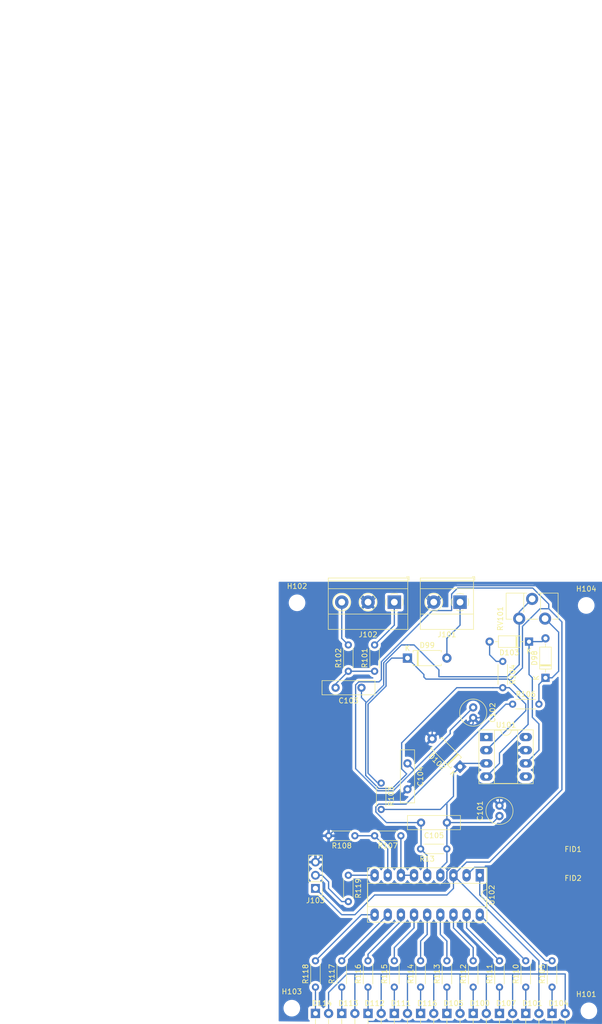
<source format=kicad_pcb>
(kicad_pcb (version 20171130) (host pcbnew "(5.1.7)-1")
  (layers (0 F.Cu signal hide) (31 B.Cu signal) (34 B.Paste user hide) (35 F.Paste user hide) (36 B.SilkS user) (37 F.SilkS user) (38 B.Mask user hide) (39 F.Mask user) (44 Edge.Cuts user))
  (net 0 "")
  (net 1 GND)
  (net 2 "Net-(C101-Pad1)")
  (net 3 +5V)
  (net 4 "Net-(C103-Pad2)")
  (net 5 "Net-(C103-Pad1)")
  (net 6 "Net-(C105-Pad2)")
  (net 7 "Net-(D103-Pad1)")
  (net 8 "Net-(D98-Pad1)")
  (net 9 "Net-(D99-Pad2)")
  (net 10 "Net-(D100-Pad1)")
  (net 11 "Net-(D101-Pad1)")
  (net 12 "Net-(D103-Pad2)")
  (net 13 "Net-(D104-Pad1)")
  (net 14 "Net-(D105-Pad1)")
  (net 15 "Net-(D107-Pad1)")
  (net 16 "Net-(D111-Pad1)")
  (net 17 "Net-(D112-Pad1)")
  (net 18 "Net-(D113-Pad1)")
  (net 19 "Net-(D114-Pad1)")
  (net 20 "Net-(D116-Pad1)")
  (net 21 "Net-(J102-Pad3)")
  (net 22 "Net-(J102-Pad1)")
  (net 23 "Net-(J103-Pad2)")
  (net 24 "Net-(R105-Pad2)")
  (net 25 "Net-(R107-Pad2)")
  (net 26 "Net-(R107-Pad1)")
  (net 27 "Net-(R110-Pad2)")
  (net 28 "Net-(R111-Pad2)")
  (net 29 "Net-(R112-Pad2)")
  (net 30 "Net-(R113-Pad2)")
  (net 31 "Net-(R114-Pad2)")
  (net 32 "Net-(R115-Pad2)")
  (net 33 "Net-(R116-Pad2)")
  (net 34 "Net-(R117-Pad2)")
  (net 35 "Net-(R118-Pad2)")
  (net 36 /mode)
  (net 37 "Net-(U101-Pad8)")
  (net 38 "Net-(U101-Pad5)")
  (net 39 "Net-(U101-Pad1)")
  (module Potentiometer_THT:Potentiometer_ACP_CA9-H3,8_Horizontal (layer F.Cu) (at 100.33 119.38 90)
    (fp_text reference RV101 (at 0 -3.65 90) (layer F.SilkS))
    (fp_text value R_POT_Small)
    (pad 3 thru_hole circle (at 0 5 90) (size 2.34 2.34) (drill 1.3) (layers *.Cu *.Mask) (net 8 "Net-(D98-Pad1)"))
    (pad 2 thru_hole circle (at 3.8 2.5 90) (size 2.34 2.34) (drill 1.3) (layers *.Cu *.Mask) (net 5 "Net-(C103-Pad1)"))
    (pad 1 thru_hole circle (at 0 0 90) (size 2.34 2.34) (drill 1.3) (layers *.Cu *.Mask) (net 5 "Net-(C103-Pad1)"))
  )
  (module Capacitor_THT:C_Disc_D10.0mm_W2.5mm_P5.00mm (layer F.Cu) (at 78.74 147.32 270)
    (fp_text reference C104 (at 2.5 -2.5 90) (layer F.SilkS))
    (fp_text value 100nF)
    (pad 1 thru_hole circle (at 0 0 270) (size 1.6 1.6) (drill 0.8) (layers *.Cu *.Mask) (net 3 +5V))
    (pad 2 thru_hole circle (at 5 0 270) (size 1.6 1.6) (drill 0.8) (layers *.Cu *.Mask) (net 1 GND))
  )
  (module Package_DIP:DIP-8_W7.62mm_Socket_LongPads (layer F.Cu) (at 93.98 142.24)
    (fp_text reference U101 (at 3.81 -2.33) (layer F.SilkS))
    (fp_text value LM741)
    (pad 1 thru_hole rect (at 0 0) (size 2.4 1.6) (drill 0.8) (layers *.Cu *.Mask) (net 39 "Net-(U101-Pad1)"))
    (pad 5 thru_hole oval (at 7.62 7.62) (size 2.4 1.6) (drill 0.8) (layers *.Cu *.Mask) (net 38 "Net-(U101-Pad5)"))
    (pad 2 thru_hole oval (at 0 2.54) (size 2.4 1.6) (drill 0.8) (layers *.Cu *.Mask) (net 5 "Net-(C103-Pad1)"))
    (pad 6 thru_hole oval (at 7.62 5.08) (size 2.4 1.6) (drill 0.8) (layers *.Cu *.Mask) (net 7 "Net-(D103-Pad1)"))
    (pad 3 thru_hole oval (at 0 5.08) (size 2.4 1.6) (drill 0.8) (layers *.Cu *.Mask) (net 2 "Net-(C101-Pad1)"))
    (pad 7 thru_hole oval (at 7.62 2.54) (size 2.4 1.6) (drill 0.8) (layers *.Cu *.Mask) (net 1 GND))
    (pad 4 thru_hole oval (at 0 7.62) (size 2.4 1.6) (drill 0.8) (layers *.Cu *.Mask) (net 3 +5V))
    (pad 8 thru_hole oval (at 7.62 0) (size 2.4 1.6) (drill 0.8) (layers *.Cu *.Mask) (net 37 "Net-(U101-Pad8)"))
  )
  (module Package_DIP:DIP-18_W7.62mm_Socket_LongPads (layer F.Cu) (at 92.71 168.91 270)
    (fp_text reference U102 (at 3.81 -2.33 90) (layer F.SilkS))
    (fp_text value LM3915)
    (pad 1 thru_hole rect (at 0 0 270) (size 2.4 1.6) (drill 0.8) (layers *.Cu *.Mask) (net 24 "Net-(R105-Pad2)"))
    (pad 10 thru_hole oval (at 7.62 20.32 270) (size 2.4 1.6) (drill 0.8) (layers *.Cu *.Mask) (net 35 "Net-(R118-Pad2)"))
    (pad 2 thru_hole oval (at 0 2.54 270) (size 2.4 1.6) (drill 0.8) (layers *.Cu *.Mask) (net 1 GND))
    (pad 11 thru_hole oval (at 7.62 17.78 270) (size 2.4 1.6) (drill 0.8) (layers *.Cu *.Mask) (net 34 "Net-(R117-Pad2)"))
    (pad 3 thru_hole oval (at 0 5.08 270) (size 2.4 1.6) (drill 0.8) (layers *.Cu *.Mask) (net 3 +5V))
    (pad 12 thru_hole oval (at 7.62 15.24 270) (size 2.4 1.6) (drill 0.8) (layers *.Cu *.Mask) (net 33 "Net-(R116-Pad2)"))
    (pad 4 thru_hole oval (at 0 7.62 270) (size 2.4 1.6) (drill 0.8) (layers *.Cu *.Mask) (net 2 "Net-(C101-Pad1)"))
    (pad 13 thru_hole oval (at 7.62 12.7 270) (size 2.4 1.6) (drill 0.8) (layers *.Cu *.Mask) (net 32 "Net-(R115-Pad2)"))
    (pad 5 thru_hole oval (at 0 10.16 270) (size 2.4 1.6) (drill 0.8) (layers *.Cu *.Mask) (net 6 "Net-(C105-Pad2)"))
    (pad 14 thru_hole oval (at 7.62 10.16 270) (size 2.4 1.6) (drill 0.8) (layers *.Cu *.Mask) (net 31 "Net-(R114-Pad2)"))
    (pad 6 thru_hole oval (at 0 12.7 270) (size 2.4 1.6) (drill 0.8) (layers *.Cu *.Mask) (net 26 "Net-(R107-Pad1)"))
    (pad 15 thru_hole oval (at 7.62 7.62 270) (size 2.4 1.6) (drill 0.8) (layers *.Cu *.Mask) (net 30 "Net-(R113-Pad2)"))
    (pad 7 thru_hole oval (at 0 15.24 270) (size 2.4 1.6) (drill 0.8) (layers *.Cu *.Mask) (net 26 "Net-(R107-Pad1)"))
    (pad 16 thru_hole oval (at 7.62 5.08 270) (size 2.4 1.6) (drill 0.8) (layers *.Cu *.Mask) (net 29 "Net-(R112-Pad2)"))
    (pad 8 thru_hole oval (at 0 17.78 270) (size 2.4 1.6) (drill 0.8) (layers *.Cu *.Mask) (net 25 "Net-(R107-Pad2)"))
    (pad 17 thru_hole oval (at 7.62 2.54 270) (size 2.4 1.6) (drill 0.8) (layers *.Cu *.Mask) (net 28 "Net-(R111-Pad2)"))
    (pad 9 thru_hole oval (at 0 20.32 270) (size 2.4 1.6) (drill 0.8) (layers *.Cu *.Mask) (net 36 /mode))
    (pad 18 thru_hole oval (at 7.62 0 270) (size 2.4 1.6) (drill 0.8) (layers *.Cu *.Mask) (net 27 "Net-(R110-Pad2)"))
  )
  (module Fiducial:Fiducial_0.5mm_Mask1.5mm (layer F.Cu) (at 110.744 171.196)
    (fp_text reference FID2 (at 0 -1.7145) (layer F.SilkS))
    (fp_text value Fiducial)
    (pad "" smd circle (at 0 0) (size 0.5 0.5) (layers F.Cu F.Mask) (clearance 0.5))
  )
  (module Fiducial:Fiducial_0.5mm_Mask1.5mm (layer F.Cu) (at 110.744 165.608)
    (fp_text reference FID1 (at 0 -1.7145) (layer F.SilkS))
    (fp_text value Fiducial)
    (pad "" smd circle (at 0 0) (size 0.5 0.5) (layers F.Cu F.Mask) (clearance 0.5))
  )
  (module Diode_THT:D_A-405_P7.62mm_Horizontal (layer F.Cu) (at 78.74 127)
    (fp_text reference D99 (at 3.81 -2.47) (layer F.SilkS))
    (fp_text value D_Schottky)
    (fp_text user K (at 0 -1.9) (layer F.SilkS))
    (pad 2 thru_hole oval (at 7.62 0) (size 1.8 1.8) (drill 0.9) (layers *.Cu *.Mask) (net 9 "Net-(D99-Pad2)"))
    (pad 1 thru_hole rect (at 0 0) (size 1.8 1.8) (drill 0.9) (layers *.Cu *.Mask) (net 3 +5V))
  )
  (module Resistor_THT:R_Axial_DIN0204_L3.6mm_D1.6mm_P5.08mm_Horizontal (layer F.Cu) (at 77.47 161.29 180)
    (fp_text reference R107 (at 2.54 -1.92) (layer F.SilkS))
    (fp_text value 2.2K)
    (pad 1 thru_hole circle (at 0 0 180) (size 1.4 1.4) (drill 0.7) (layers *.Cu *.Mask) (net 26 "Net-(R107-Pad1)"))
    (pad 2 thru_hole oval (at 5.08 0 180) (size 1.4 1.4) (drill 0.7) (layers *.Cu *.Mask) (net 25 "Net-(R107-Pad2)"))
  )
  (module Capacitor_THT:C_Disc_D10.0mm_W2.5mm_P5.00mm (layer F.Cu) (at 86.36 158.75 180)
    (fp_text reference C105 (at 2.5 -2.5) (layer F.SilkS))
    (fp_text value 100nF)
    (pad 2 thru_hole circle (at 5 0 180) (size 1.6 1.6) (drill 0.8) (layers *.Cu *.Mask) (net 6 "Net-(C105-Pad2)"))
    (pad 1 thru_hole circle (at 0 0 180) (size 1.6 1.6) (drill 0.8) (layers *.Cu *.Mask) (net 2 "Net-(C101-Pad1)"))
  )
  (module Capacitor_THT:C_Disc_D10.0mm_W2.5mm_P5.00mm (layer F.Cu) (at 69.85 132.715 180)
    (fp_text reference C103 (at 2.5 -2.5) (layer F.SilkS))
    (fp_text value 100nF)
    (pad 1 thru_hole circle (at 0 0 180) (size 1.6 1.6) (drill 0.8) (layers *.Cu *.Mask) (net 5 "Net-(C103-Pad1)"))
    (pad 2 thru_hole circle (at 5 0 180) (size 1.6 1.6) (drill 0.8) (layers *.Cu *.Mask) (net 4 "Net-(C103-Pad2)"))
  )
  (module TerminalBlock_Phoenix:TerminalBlock_Phoenix_MKDS-1,5-2-5.08_1x02_P5.08mm_Horizontal (layer F.Cu) (at 88.9 116.205 180)
    (fp_text reference J101 (at 2.54 -6.26) (layer F.SilkS))
    (fp_text value Screw_Terminal_01x02)
    (pad 1 thru_hole rect (at 0 0 180) (size 2.6 2.6) (drill 1.3) (layers *.Cu *.Mask) (net 9 "Net-(D99-Pad2)"))
    (pad 2 thru_hole circle (at 5.08 0 180) (size 2.6 2.6) (drill 1.3) (layers *.Cu *.Mask) (net 1 GND))
  )
  (module Resistor_THT:R_Axial_DIN0204_L3.6mm_D1.6mm_P5.08mm_Horizontal (layer F.Cu) (at 99.06 135.89)
    (fp_text reference R106 (at 2.54 -1.92) (layer F.SilkS))
    (fp_text value 1K)
    (pad 2 thru_hole oval (at 5.08 0) (size 1.4 1.4) (drill 0.7) (layers *.Cu *.Mask) (net 8 "Net-(D98-Pad1)"))
    (pad 1 thru_hole circle (at 0 0) (size 1.4 1.4) (drill 0.7) (layers *.Cu *.Mask) (net 6 "Net-(C105-Pad2)"))
  )
  (module Capacitor_THT:C_Radial_D5.0mm_H11.0mm_P2.00mm (layer F.Cu) (at 96.52 157.48 90)
    (fp_text reference C101 (at 1 -3.75 90) (layer F.SilkS))
    (fp_text value 47uF)
    (pad 1 thru_hole circle (at 0 0 90) (size 1.6 1.6) (drill 0.8) (layers *.Cu *.Mask) (net 2 "Net-(C101-Pad1)"))
    (pad 2 thru_hole circle (at 2 0 90) (size 1.6 1.6) (drill 0.8) (layers *.Cu *.Mask) (net 1 GND))
  )
  (module Capacitor_THT:C_Radial_D5.0mm_H11.0mm_P2.00mm (layer F.Cu) (at 91.44 136.525 270)
    (fp_text reference C102 (at 1 -3.75 90) (layer F.SilkS))
    (fp_text value 47uF)
    (pad 2 thru_hole circle (at 2 0 270) (size 1.6 1.6) (drill 0.8) (layers *.Cu *.Mask) (net 1 GND))
    (pad 1 thru_hole circle (at 0 0 270) (size 1.6 1.6) (drill 0.8) (layers *.Cu *.Mask) (net 3 +5V))
  )
  (module Diode_THT:D_DO-35_SOD27_P7.62mm_Horizontal (layer F.Cu) (at 105.41 130.81 90)
    (fp_text reference D98 (at 3.81 -2.12 90) (layer F.SilkS))
    (fp_text value 1N4148)
    (fp_text user K (at 0 -1.8 90) (layer F.SilkS))
    (pad 1 thru_hole rect (at 0 0 90) (size 1.6 1.6) (drill 0.8) (layers *.Cu *.Mask) (net 8 "Net-(D98-Pad1)"))
    (pad 2 thru_hole oval (at 7.62 0 90) (size 1.6 1.6) (drill 0.8) (layers *.Cu *.Mask) (net 7 "Net-(D103-Pad1)"))
  )
  (module LED_THT:LED_D3.0mm_Horizontal_O3.81mm_Z2.0mm (layer F.Cu) (at 91.44 195.58)
    (fp_text reference D100 (at 1.27 -1.96) (layer F.SilkS))
    (fp_text value LED)
    (pad 1 thru_hole rect (at 0 0) (size 1.8 1.8) (drill 0.9) (layers *.Cu *.Mask) (net 10 "Net-(D100-Pad1)"))
    (pad 2 thru_hole circle (at 2.54 0) (size 1.8 1.8) (drill 0.9) (layers *.Cu *.Mask) (net 3 +5V))
  )
  (module LED_THT:LED_D3.0mm_Horizontal_O3.81mm_Z2.0mm (layer F.Cu) (at 101.6 195.58)
    (fp_text reference D101 (at 1.27 -1.96) (layer F.SilkS))
    (fp_text value LED)
    (pad 2 thru_hole circle (at 2.54 0) (size 1.8 1.8) (drill 0.9) (layers *.Cu *.Mask) (net 3 +5V))
    (pad 1 thru_hole rect (at 0 0) (size 1.8 1.8) (drill 0.9) (layers *.Cu *.Mask) (net 11 "Net-(D101-Pad1)"))
  )
  (module Diode_THT:D_DO-35_SOD27_P7.62mm_Horizontal (layer F.Cu) (at 102.235 123.825 180)
    (fp_text reference D103 (at 3.81 -2.12) (layer F.SilkS))
    (fp_text value 1N4148)
    (fp_text user K (at 0 -1.8) (layer F.SilkS))
    (pad 2 thru_hole oval (at 7.62 0 180) (size 1.6 1.6) (drill 0.8) (layers *.Cu *.Mask) (net 12 "Net-(D103-Pad2)"))
    (pad 1 thru_hole rect (at 0 0 180) (size 1.6 1.6) (drill 0.8) (layers *.Cu *.Mask) (net 7 "Net-(D103-Pad1)"))
  )
  (module LED_THT:LED_D3.0mm_Horizontal_O3.81mm_Z2.0mm (layer F.Cu) (at 106.68 195.58)
    (fp_text reference D104 (at 1.27 -1.96) (layer F.SilkS))
    (fp_text value LED)
    (pad 1 thru_hole rect (at 0 0) (size 1.8 1.8) (drill 0.9) (layers *.Cu *.Mask) (net 13 "Net-(D104-Pad1)"))
    (pad 2 thru_hole circle (at 2.54 0) (size 1.8 1.8) (drill 0.9) (layers *.Cu *.Mask) (net 3 +5V))
  )
  (module LED_THT:LED_D3.0mm_Horizontal_O3.81mm_Z2.0mm (layer F.Cu) (at 86.36 195.585001)
    (fp_text reference D105 (at 1.27 -1.96) (layer F.SilkS))
    (fp_text value LED)
    (pad 2 thru_hole circle (at 2.54 0) (size 1.8 1.8) (drill 0.9) (layers *.Cu *.Mask) (net 3 +5V))
    (pad 1 thru_hole rect (at 0 0) (size 1.8 1.8) (drill 0.9) (layers *.Cu *.Mask) (net 14 "Net-(D105-Pad1)"))
  )
  (module LED_THT:LED_D3.0mm_Horizontal_O3.81mm_Z2.0mm (layer F.Cu) (at 96.52 195.58)
    (fp_text reference D107 (at 1.27 -1.96) (layer F.SilkS))
    (fp_text value LED)
    (pad 2 thru_hole circle (at 2.54 0) (size 1.8 1.8) (drill 0.9) (layers *.Cu *.Mask) (net 3 +5V))
    (pad 1 thru_hole rect (at 0 0) (size 1.8 1.8) (drill 0.9) (layers *.Cu *.Mask) (net 15 "Net-(D107-Pad1)"))
  )
  (module LED_THT:LED_D3.0mm_Horizontal_O3.81mm_Z2.0mm (layer F.Cu) (at 76.2 195.58)
    (fp_text reference D111 (at 1.27 -1.96) (layer F.SilkS))
    (fp_text value LED)
    (pad 1 thru_hole rect (at 0 0) (size 1.8 1.8) (drill 0.9) (layers *.Cu *.Mask) (net 16 "Net-(D111-Pad1)"))
    (pad 2 thru_hole circle (at 2.54 0) (size 1.8 1.8) (drill 0.9) (layers *.Cu *.Mask) (net 3 +5V))
  )
  (module LED_THT:LED_D3.0mm_Horizontal_O3.81mm_Z2.0mm (layer F.Cu) (at 71.12 195.58)
    (fp_text reference D112 (at 1.27 -1.96) (layer F.SilkS))
    (fp_text value LED)
    (pad 2 thru_hole circle (at 2.54 0) (size 1.8 1.8) (drill 0.9) (layers *.Cu *.Mask) (net 3 +5V))
    (pad 1 thru_hole rect (at 0 0) (size 1.8 1.8) (drill 0.9) (layers *.Cu *.Mask) (net 17 "Net-(D112-Pad1)"))
  )
  (module LED_THT:LED_D3.0mm_Horizontal_O3.81mm_Z2.0mm (layer F.Cu) (at 66.04 195.58)
    (fp_text reference D113 (at 1.27 -1.96) (layer F.SilkS))
    (fp_text value LED)
    (pad 1 thru_hole rect (at 0 0) (size 1.8 1.8) (drill 0.9) (layers *.Cu *.Mask) (net 18 "Net-(D113-Pad1)"))
    (pad 2 thru_hole circle (at 2.54 0) (size 1.8 1.8) (drill 0.9) (layers *.Cu *.Mask) (net 3 +5V))
  )
  (module LED_THT:LED_D3.0mm_Horizontal_O3.81mm_Z2.0mm (layer F.Cu) (at 60.96 195.58)
    (fp_text reference D114 (at 1.27 -1.96) (layer F.SilkS))
    (fp_text value LED)
    (pad 2 thru_hole circle (at 2.54 0) (size 1.8 1.8) (drill 0.9) (layers *.Cu *.Mask) (net 3 +5V))
    (pad 1 thru_hole rect (at 0 0) (size 1.8 1.8) (drill 0.9) (layers *.Cu *.Mask) (net 19 "Net-(D114-Pad1)"))
  )
  (module LED_THT:LED_D3.0mm_Horizontal_O3.81mm_Z2.0mm (layer F.Cu) (at 81.28 195.58)
    (fp_text reference D116 (at 1.27 -1.96) (layer F.SilkS))
    (fp_text value LED)
    (pad 1 thru_hole rect (at 0 0) (size 1.8 1.8) (drill 0.9) (layers *.Cu *.Mask) (net 20 "Net-(D116-Pad1)"))
    (pad 2 thru_hole circle (at 2.54 0) (size 1.8 1.8) (drill 0.9) (layers *.Cu *.Mask) (net 3 +5V))
  )
  (module MountingHole:MountingHole_2.2mm_M2 (layer F.Cu) (at 113.792 195.072)
    (fp_text reference H101 (at -0.508 -3.2) (layer F.SilkS))
    (fp_text value MountingHole)
    (pad 1 np_thru_hole circle (at 0 0) (size 2.2 2.2) (drill 2.2) (layers *.Cu *.Mask))
  )
  (module MountingHole:MountingHole_2.2mm_M2 (layer F.Cu) (at 57.404 116.332)
    (fp_text reference H102 (at 0 -3.2) (layer F.SilkS))
    (fp_text value MountingHole)
    (pad 1 np_thru_hole circle (at 0 0) (size 2.2 2.2) (drill 2.2) (layers *.Cu *.Mask))
  )
  (module MountingHole:MountingHole_2.2mm_M2 (layer F.Cu) (at 56.388 194.564)
    (fp_text reference H103 (at 0 -3.2) (layer F.SilkS))
    (fp_text value MountingHole)
    (pad 1 np_thru_hole circle (at 0 0) (size 2.2 2.2) (drill 2.2) (layers *.Cu *.Mask))
  )
  (module MountingHole:MountingHole_2.2mm_M2 (layer F.Cu) (at 113.284 116.84)
    (fp_text reference H104 (at 0 -3.2) (layer F.SilkS))
    (fp_text value MountingHole)
    (pad 1 np_thru_hole circle (at 0 0) (size 2.2 2.2) (drill 2.2) (layers *.Cu *.Mask))
  )
  (module TerminalBlock_Phoenix:TerminalBlock_Phoenix_MKDS-1,5-3-5.08_1x03_P5.08mm_Horizontal (layer F.Cu) (at 76.2 116.205 180)
    (fp_text reference J102 (at 5.08 -6.26) (layer F.SilkS))
    (fp_text value Screw_Terminal_01x03)
    (pad 1 thru_hole rect (at 0 0 180) (size 2.6 2.6) (drill 1.3) (layers *.Cu *.Mask) (net 22 "Net-(J102-Pad1)"))
    (pad 2 thru_hole circle (at 5.08 0 180) (size 2.6 2.6) (drill 1.3) (layers *.Cu *.Mask) (net 1 GND))
    (pad 3 thru_hole circle (at 10.16 0 180) (size 2.6 2.6) (drill 1.3) (layers *.Cu *.Mask) (net 21 "Net-(J102-Pad3)"))
  )
  (module Connector_PinHeader_2.54mm:PinHeader_1x03_P2.54mm_Vertical (layer F.Cu) (at 60.96 171.45 180)
    (fp_text reference J103 (at 0 -2.33) (layer F.SilkS))
    (fp_text value Conn_01x03_Male)
    (pad 3 thru_hole oval (at 0 5.08 180) (size 1.7 1.7) (drill 1) (layers *.Cu *.Mask) (net 1 GND))
    (pad 2 thru_hole oval (at 0 2.54 180) (size 1.7 1.7) (drill 1) (layers *.Cu *.Mask) (net 23 "Net-(J103-Pad2)"))
    (pad 1 thru_hole rect (at 0 0 180) (size 1.7 1.7) (drill 1) (layers *.Cu *.Mask) (net 3 +5V))
  )
  (module Resistor_THT:R_Axial_DIN0204_L3.6mm_D1.6mm_P5.08mm_Horizontal (layer F.Cu) (at 86.36 163.83 180)
    (fp_text reference R13 (at 3.81 -1.92) (layer F.SilkS))
    (fp_text value 470K)
    (pad 2 thru_hole oval (at 5.08 0 180) (size 1.4 1.4) (drill 0.7) (layers *.Cu *.Mask) (net 6 "Net-(C105-Pad2)"))
    (pad 1 thru_hole circle (at 0 0 180) (size 1.4 1.4) (drill 0.7) (layers *.Cu *.Mask) (net 2 "Net-(C101-Pad1)"))
  )
  (module Resistor_THT:R_Axial_DIN0204_L3.6mm_D1.6mm_P5.08mm_Horizontal (layer F.Cu) (at 72.39 129.54 90)
    (fp_text reference R101 (at 2.54 -1.92 90) (layer F.SilkS))
    (fp_text value 47K)
    (pad 2 thru_hole oval (at 5.08 0 90) (size 1.4 1.4) (drill 0.7) (layers *.Cu *.Mask) (net 22 "Net-(J102-Pad1)"))
    (pad 1 thru_hole circle (at 0 0 90) (size 1.4 1.4) (drill 0.7) (layers *.Cu *.Mask) (net 4 "Net-(C103-Pad2)"))
  )
  (module Resistor_THT:R_Axial_DIN0204_L3.6mm_D1.6mm_P5.08mm_Horizontal (layer F.Cu) (at 67.31 129.54 90)
    (fp_text reference R102 (at 2.54 -1.92 90) (layer F.SilkS))
    (fp_text value 47K)
    (pad 1 thru_hole circle (at 0 0 90) (size 1.4 1.4) (drill 0.7) (layers *.Cu *.Mask) (net 4 "Net-(C103-Pad2)"))
    (pad 2 thru_hole oval (at 5.08 0 90) (size 1.4 1.4) (drill 0.7) (layers *.Cu *.Mask) (net 21 "Net-(J102-Pad3)"))
  )
  (module Resistor_THT:R_Axial_DIN0204_L3.6mm_D1.6mm_P5.08mm_Horizontal (layer F.Cu) (at 73.66 151.13 270)
    (fp_text reference R103 (at 2.54 -1.92 90) (layer F.SilkS))
    (fp_text value 330)
    (pad 1 thru_hole circle (at 0 0 270) (size 1.4 1.4) (drill 0.7) (layers *.Cu *.Mask) (net 3 +5V))
    (pad 2 thru_hole oval (at 5.08 0 270) (size 1.4 1.4) (drill 0.7) (layers *.Cu *.Mask) (net 2 "Net-(C101-Pad1)"))
  )
  (module Resistor_THT:R_Axial_DIN0204_L3.6mm_D1.6mm_P5.08mm_Horizontal (layer F.Cu) (at 97.155 127.635 270)
    (fp_text reference R104 (at 2.54 -1.92 90) (layer F.SilkS))
    (fp_text value 47K)
    (pad 1 thru_hole circle (at 0 0 270) (size 1.4 1.4) (drill 0.7) (layers *.Cu *.Mask) (net 12 "Net-(D103-Pad2)"))
    (pad 2 thru_hole oval (at 5.08 0 270) (size 1.4 1.4) (drill 0.7) (layers *.Cu *.Mask) (net 5 "Net-(C103-Pad1)"))
  )
  (module Resistor_THT:R_Axial_DIN0204_L3.6mm_D1.6mm_P5.08mm_Horizontal (layer F.Cu) (at 106.68 190.5 90)
    (fp_text reference R105 (at 2.54 -1.92 90) (layer F.SilkS))
    (fp_text value 100)
    (pad 1 thru_hole circle (at 0 0 90) (size 1.4 1.4) (drill 0.7) (layers *.Cu *.Mask) (net 13 "Net-(D104-Pad1)"))
    (pad 2 thru_hole oval (at 5.08 0 90) (size 1.4 1.4) (drill 0.7) (layers *.Cu *.Mask) (net 24 "Net-(R105-Pad2)"))
  )
  (module Resistor_THT:R_Axial_DIN0204_L3.6mm_D1.6mm_P5.08mm_Horizontal (layer F.Cu) (at 68.58 161.29 180)
    (fp_text reference R108 (at 2.54 -1.92) (layer F.SilkS))
    (fp_text value 10K)
    (pad 2 thru_hole oval (at 5.08 0 180) (size 1.4 1.4) (drill 0.7) (layers *.Cu *.Mask) (net 1 GND))
    (pad 1 thru_hole circle (at 0 0 180) (size 1.4 1.4) (drill 0.7) (layers *.Cu *.Mask) (net 25 "Net-(R107-Pad2)"))
  )
  (module Resistor_THT:R_Axial_DIN0204_L3.6mm_D1.6mm_P5.08mm_Horizontal (layer F.Cu) (at 101.6 190.5 90)
    (fp_text reference R110 (at 2.54 -1.92 90) (layer F.SilkS))
    (fp_text value 100)
    (pad 2 thru_hole oval (at 5.08 0 90) (size 1.4 1.4) (drill 0.7) (layers *.Cu *.Mask) (net 27 "Net-(R110-Pad2)"))
    (pad 1 thru_hole circle (at 0 0 90) (size 1.4 1.4) (drill 0.7) (layers *.Cu *.Mask) (net 11 "Net-(D101-Pad1)"))
  )
  (module Resistor_THT:R_Axial_DIN0204_L3.6mm_D1.6mm_P5.08mm_Horizontal (layer F.Cu) (at 96.52 190.5 90)
    (fp_text reference R111 (at 2.54 -1.92 90) (layer F.SilkS))
    (fp_text value 100)
    (pad 1 thru_hole circle (at 0 0 90) (size 1.4 1.4) (drill 0.7) (layers *.Cu *.Mask) (net 15 "Net-(D107-Pad1)"))
    (pad 2 thru_hole oval (at 5.08 0 90) (size 1.4 1.4) (drill 0.7) (layers *.Cu *.Mask) (net 28 "Net-(R111-Pad2)"))
  )
  (module Resistor_THT:R_Axial_DIN0204_L3.6mm_D1.6mm_P5.08mm_Horizontal (layer F.Cu) (at 91.44 190.5 90)
    (fp_text reference R112 (at 2.54 -1.92 90) (layer F.SilkS))
    (fp_text value 100)
    (pad 1 thru_hole circle (at 0 0 90) (size 1.4 1.4) (drill 0.7) (layers *.Cu *.Mask) (net 10 "Net-(D100-Pad1)"))
    (pad 2 thru_hole oval (at 5.08 0 90) (size 1.4 1.4) (drill 0.7) (layers *.Cu *.Mask) (net 29 "Net-(R112-Pad2)"))
  )
  (module Resistor_THT:R_Axial_DIN0204_L3.6mm_D1.6mm_P5.08mm_Horizontal (layer F.Cu) (at 86.36 190.5 90)
    (fp_text reference R113 (at 2.54 -1.92 90) (layer F.SilkS))
    (fp_text value 100)
    (pad 2 thru_hole oval (at 5.08 0 90) (size 1.4 1.4) (drill 0.7) (layers *.Cu *.Mask) (net 30 "Net-(R113-Pad2)"))
    (pad 1 thru_hole circle (at 0 0 90) (size 1.4 1.4) (drill 0.7) (layers *.Cu *.Mask) (net 14 "Net-(D105-Pad1)"))
  )
  (module Resistor_THT:R_Axial_DIN0204_L3.6mm_D1.6mm_P5.08mm_Horizontal (layer F.Cu) (at 81.28 190.5 90)
    (fp_text reference R114 (at 2.54 -1.92 90) (layer F.SilkS))
    (fp_text value 100)
    (pad 1 thru_hole circle (at 0 0 90) (size 1.4 1.4) (drill 0.7) (layers *.Cu *.Mask) (net 20 "Net-(D116-Pad1)"))
    (pad 2 thru_hole oval (at 5.08 0 90) (size 1.4 1.4) (drill 0.7) (layers *.Cu *.Mask) (net 31 "Net-(R114-Pad2)"))
  )
  (module Resistor_THT:R_Axial_DIN0204_L3.6mm_D1.6mm_P5.08mm_Horizontal (layer F.Cu) (at 76.2 190.5 90)
    (fp_text reference R115 (at 2.54 -1.92 90) (layer F.SilkS))
    (fp_text value 100)
    (pad 2 thru_hole oval (at 5.08 0 90) (size 1.4 1.4) (drill 0.7) (layers *.Cu *.Mask) (net 32 "Net-(R115-Pad2)"))
    (pad 1 thru_hole circle (at 0 0 90) (size 1.4 1.4) (drill 0.7) (layers *.Cu *.Mask) (net 16 "Net-(D111-Pad1)"))
  )
  (module Resistor_THT:R_Axial_DIN0204_L3.6mm_D1.6mm_P5.08mm_Horizontal (layer F.Cu) (at 71.12 190.5 90)
    (fp_text reference R116 (at 2.54 -1.92 90) (layer F.SilkS))
    (fp_text value 100)
    (pad 1 thru_hole circle (at 0 0 90) (size 1.4 1.4) (drill 0.7) (layers *.Cu *.Mask) (net 17 "Net-(D112-Pad1)"))
    (pad 2 thru_hole oval (at 5.08 0 90) (size 1.4 1.4) (drill 0.7) (layers *.Cu *.Mask) (net 33 "Net-(R116-Pad2)"))
  )
  (module Resistor_THT:R_Axial_DIN0204_L3.6mm_D1.6mm_P5.08mm_Horizontal (layer F.Cu) (at 66.04 190.5 90)
    (fp_text reference R117 (at 2.54 -1.92 90) (layer F.SilkS))
    (fp_text value 100)
    (pad 2 thru_hole oval (at 5.08 0 90) (size 1.4 1.4) (drill 0.7) (layers *.Cu *.Mask) (net 34 "Net-(R117-Pad2)"))
    (pad 1 thru_hole circle (at 0 0 90) (size 1.4 1.4) (drill 0.7) (layers *.Cu *.Mask) (net 18 "Net-(D113-Pad1)"))
  )
  (module Resistor_THT:R_Axial_DIN0204_L3.6mm_D1.6mm_P5.08mm_Horizontal (layer F.Cu) (at 60.96 190.5 90)
    (fp_text reference R118 (at 2.54 -1.92 90) (layer F.SilkS))
    (fp_text value 100)
    (pad 1 thru_hole circle (at 0 0 90) (size 1.4 1.4) (drill 0.7) (layers *.Cu *.Mask) (net 19 "Net-(D114-Pad1)"))
    (pad 2 thru_hole oval (at 5.08 0 90) (size 1.4 1.4) (drill 0.7) (layers *.Cu *.Mask) (net 35 "Net-(R118-Pad2)"))
  )
  (module Resistor_THT:R_Axial_DIN0204_L3.6mm_D1.6mm_P5.08mm_Horizontal (layer F.Cu) (at 67.31 168.91 270)
    (fp_text reference R119 (at 2.54 -1.92 90) (layer F.SilkS))
    (fp_text value 10k)
    (pad 2 thru_hole oval (at 5.08 0 270) (size 1.4 1.4) (drill 0.7) (layers *.Cu *.Mask) (net 23 "Net-(J103-Pad2)"))
    (pad 1 thru_hole circle (at 0 0 270) (size 1.4 1.4) (drill 0.7) (layers *.Cu *.Mask) (net 36 /mode))
  )
  (module Diode_THT:D_A-405_P7.62mm_Horizontal (layer F.Cu) (at 88.9 147.955 135)
    (fp_text reference D102 (at 3.81 -2.47 135) (layer F.SilkS))
    (fp_text value DZ2S051X0L)
    (fp_text user K (at 0 -1.9 135) (layer F.SilkS))
    (pad 1 thru_hole rect (at 0 0 135) (size 1.8 1.8) (drill 0.9) (layers *.Cu *.Mask) (net 2 "Net-(C101-Pad1)"))
    (pad 2 thru_hole oval (at 7.62 0 135) (size 1.8 1.8) (drill 0.9) (layers *.Cu *.Mask) (net 1 GND))
  )
  (segment (start 63.5 163.83) (end 60.96 166.37) (width 0.25) (layer B.Cu) (net 1))
  (segment (start 63.5 161.29) (end 63.5 163.83) (width 0.25) (layer B.Cu) (net 1))
  (segment (start 60.96 116.205) (end 60.96 166.37) (width 0.25) (layer B.Cu) (net 1))
  (segment (start 101.6 144.78) (end 100.33 144.78) (width 0.25) (layer B.Cu) (net 1))
  (segment (start 96.52 148.59) (end 96.52 155.48) (width 0.25) (layer B.Cu) (net 1))
  (segment (start 100.33 144.78) (end 96.52 148.59) (width 0.25) (layer B.Cu) (net 1))
  (segment (start 96.52 155.48) (end 97.645001 156.605001) (width 0.25) (layer B.Cu) (net 1))
  (segment (start 91.695001 167.384999) (end 96.140001 167.384999) (width 0.25) (layer B.Cu) (net 1))
  (segment (start 90.17 168.91) (end 91.695001 167.384999) (width 0.25) (layer B.Cu) (net 1))
  (segment (start 96.140001 167.384999) (end 109.855 153.67) (width 0.25) (layer B.Cu) (net 1))
  (segment (start 105.41 113.03) (end 87.63 113.03) (width 0.25) (layer B.Cu) (net 1))
  (segment (start 62.23 166.37) (end 60.96 166.37) (width 0.25) (layer B.Cu) (net 1))
  (segment (start 84.541004 171.45) (end 67.31 171.45) (width 0.25) (layer B.Cu) (net 1))
  (segment (start 86.36 169.631004) (end 84.541004 171.45) (width 0.25) (layer B.Cu) (net 1))
  (segment (start 87.164006 167.38499) (end 86.36 168.188996) (width 0.25) (layer B.Cu) (net 1))
  (segment (start 88.280012 167.38499) (end 87.164006 167.38499) (width 0.25) (layer B.Cu) (net 1))
  (segment (start 67.31 171.45) (end 62.23 166.37) (width 0.25) (layer B.Cu) (net 1))
  (segment (start 86.36 168.188996) (end 86.36 169.631004) (width 0.25) (layer B.Cu) (net 1))
  (segment (start 97.645001 158.020001) (end 88.280012 167.38499) (width 0.25) (layer B.Cu) (net 1))
  (segment (start 98.425 158.020001) (end 97.645001 158.020001) (width 0.25) (layer B.Cu) (net 1))
  (segment (start 98.425 156.605001) (end 98.425 158.020001) (width 0.25) (layer B.Cu) (net 1))
  (segment (start 97.645001 156.605001) (end 98.425 156.605001) (width 0.25) (layer B.Cu) (net 1))
  (segment (start 87.63 113.03) (end 83.82 116.84) (width 0.25) (layer B.Cu) (net 1))
  (segment (start 81.28 114.3) (end 83.82 116.84) (width 0.25) (layer B.Cu) (net 1))
  (segment (start 73.66 114.3) (end 81.28 114.3) (width 0.25) (layer B.Cu) (net 1))
  (segment (start 71.12 116.84) (end 73.66 114.3) (width 0.25) (layer B.Cu) (net 1))
  (segment (start 71.12 116.84) (end 68.58 114.3) (width 0.25) (layer B.Cu) (net 1))
  (segment (start 62.865 114.3) (end 60.96 116.205) (width 0.25) (layer B.Cu) (net 1))
  (segment (start 68.58 114.3) (end 62.865 114.3) (width 0.25) (layer B.Cu) (net 1))
  (segment (start 109.855 153.67) (end 109.855 117.475) (width 0.25) (layer B.Cu) (net 1))
  (segment (start 109.855 117.475) (end 105.41 113.03) (width 0.25) (layer B.Cu) (net 1))
  (segment (start 71.12 153.67) (end 63.5 161.29) (width 0.25) (layer B.Cu) (net 1))
  (segment (start 77.39 153.67) (end 71.12 153.67) (width 0.25) (layer B.Cu) (net 1))
  (segment (start 78.74 152.32) (end 77.39 153.67) (width 0.25) (layer B.Cu) (net 1))
  (segment (start 83.511846 141.278154) (end 83.511846 142.566846) (width 0.25) (layer B.Cu) (net 1))
  (segment (start 90.17 134.62) (end 83.511846 141.278154) (width 0.25) (layer B.Cu) (net 1))
  (segment (start 92.075 134.62) (end 90.17 134.62) (width 0.25) (layer B.Cu) (net 1))
  (segment (start 93.345 135.89) (end 92.075 134.62) (width 0.25) (layer B.Cu) (net 1))
  (segment (start 93.345 137.795) (end 93.345 135.89) (width 0.25) (layer B.Cu) (net 1))
  (segment (start 92.615 138.525) (end 93.345 137.795) (width 0.25) (layer B.Cu) (net 1))
  (segment (start 91.44 138.525) (end 92.615 138.525) (width 0.25) (layer B.Cu) (net 1))
  (segment (start 91.44 139.62) (end 91.44 138.525) (width 0.25) (layer B.Cu) (net 1))
  (segment (start 78.74 152.32) (end 91.44 139.62) (width 0.25) (layer B.Cu) (net 1))
  (segment (start 85.09 168.91) (end 85.09 167.64) (width 0.25) (layer B.Cu) (net 2))
  (segment (start 86.36 166.37) (end 86.36 163.83) (width 0.25) (layer B.Cu) (net 2))
  (segment (start 85.09 167.64) (end 86.36 166.37) (width 0.25) (layer B.Cu) (net 2))
  (segment (start 86.36 163.83) (end 86.36 158.75) (width 0.25) (layer B.Cu) (net 2))
  (segment (start 95.25 158.75) (end 96.52 157.48) (width 0.25) (layer B.Cu) (net 2))
  (segment (start 86.36 158.75) (end 95.25 158.75) (width 0.25) (layer B.Cu) (net 2))
  (segment (start 86.36 158.75) (end 86.36 154.94) (width 0.25) (layer B.Cu) (net 2))
  (segment (start 92.71 147.32) (end 93.98 147.32) (width 0.25) (layer B.Cu) (net 2))
  (segment (start 85.09 156.21) (end 86.36 154.94) (width 0.25) (layer B.Cu) (net 2))
  (segment (start 73.66 156.21) (end 85.09 156.21) (width 0.25) (layer B.Cu) (net 2))
  (segment (start 87.63 153.67) (end 86.36 154.94) (width 0.25) (layer B.Cu) (net 2))
  (segment (start 87.63 149.225) (end 87.63 153.67) (width 0.25) (layer B.Cu) (net 2))
  (segment (start 88.9 147.955) (end 87.63 149.225) (width 0.25) (layer B.Cu) (net 2))
  (segment (start 88.9 147.955) (end 89.535 147.32) (width 0.25) (layer B.Cu) (net 2))
  (segment (start 89.535 147.32) (end 92.71 147.32) (width 0.25) (layer B.Cu) (net 2))
  (segment (start 63.5 191.522998) (end 67.062998 187.96) (width 0.25) (layer B.Cu) (net 3))
  (segment (start 63.5 195.58) (end 63.5 191.522998) (width 0.25) (layer B.Cu) (net 3))
  (segment (start 68.58 195.58) (end 68.58 187.96) (width 0.25) (layer B.Cu) (net 3))
  (segment (start 67.062998 187.96) (end 68.58 187.96) (width 0.25) (layer B.Cu) (net 3))
  (segment (start 73.66 195.58) (end 73.66 187.96) (width 0.25) (layer B.Cu) (net 3))
  (segment (start 78.74 195.58) (end 78.74 187.96) (width 0.25) (layer B.Cu) (net 3))
  (segment (start 83.82 195.58) (end 83.82 187.96) (width 0.25) (layer B.Cu) (net 3))
  (segment (start 88.9 195.585001) (end 88.9 187.96) (width 0.25) (layer B.Cu) (net 3))
  (segment (start 68.58 187.96) (end 88.9 187.96) (width 0.25) (layer B.Cu) (net 3))
  (segment (start 93.98 195.58) (end 93.98 187.96) (width 0.25) (layer B.Cu) (net 3))
  (segment (start 99.06 195.58) (end 99.06 191.522998) (width 0.25) (layer B.Cu) (net 3))
  (segment (start 99.06 191.522998) (end 99.06 187.96) (width 0.25) (layer B.Cu) (net 3))
  (segment (start 88.9 187.96) (end 99.06 187.96) (width 0.25) (layer B.Cu) (net 3))
  (segment (start 109.22 195.58) (end 109.22 187.96) (width 0.25) (layer B.Cu) (net 3))
  (segment (start 99.06 187.96) (end 109.22 187.96) (width 0.25) (layer B.Cu) (net 3))
  (segment (start 73.66 133.35) (end 71.12 135.89) (width 0.25) (layer B.Cu) (net 3))
  (segment (start 71.12 135.89) (end 71.12 136.285002) (width 0.25) (layer B.Cu) (net 3))
  (segment (start 71.12 135.89) (end 71.12 147.32) (width 0.25) (layer B.Cu) (net 3))
  (segment (start 104.14 187.96) (end 104.14 195.58) (width 0.25) (layer B.Cu) (net 3))
  (segment (start 104.14 185.42) (end 104.14 187.96) (width 0.25) (layer B.Cu) (net 3))
  (segment (start 87.63 168.91) (end 104.14 185.42) (width 0.25) (layer B.Cu) (net 3))
  (segment (start 60.96 171.45) (end 60.325 171.45) (width 0.25) (layer B.Cu) (net 3))
  (segment (start 108.585 152.4) (end 94.615 166.37) (width 0.25) (layer B.Cu) (net 3))
  (segment (start 90.17 166.37) (end 87.63 168.91) (width 0.25) (layer B.Cu) (net 3))
  (segment (start 94.615 166.37) (end 90.17 166.37) (width 0.25) (layer B.Cu) (net 3))
  (segment (start 66.04 176.53) (end 60.96 171.45) (width 0.25) (layer B.Cu) (net 3))
  (segment (start 68.58 176.53) (end 66.04 176.53) (width 0.25) (layer B.Cu) (net 3))
  (segment (start 72.39 172.72) (end 68.58 176.53) (width 0.25) (layer B.Cu) (net 3))
  (segment (start 86.36 172.72) (end 72.39 172.72) (width 0.25) (layer B.Cu) (net 3))
  (segment (start 87.63 171.45) (end 86.36 172.72) (width 0.25) (layer B.Cu) (net 3))
  (segment (start 87.63 168.91) (end 87.63 171.45) (width 0.25) (layer B.Cu) (net 3))
  (segment (start 108.585 120.015) (end 108.585 152.4) (width 0.25) (layer B.Cu) (net 3))
  (segment (start 73.025 151.13) (end 73.66 151.13) (width 0.25) (layer B.Cu) (net 3))
  (segment (start 71.12 149.225) (end 73.025 151.13) (width 0.25) (layer B.Cu) (net 3))
  (segment (start 71.12 147.32) (end 71.12 149.225) (width 0.25) (layer B.Cu) (net 3))
  (segment (start 78.74 127) (end 75.676409 127) (width 0.25) (layer B.Cu) (net 3))
  (segment (start 75.676409 127) (end 74.598601 128.077808) (width 0.25) (layer B.Cu) (net 3))
  (segment (start 74.598601 132.411399) (end 73.66 133.35) (width 0.25) (layer B.Cu) (net 3))
  (segment (start 74.598601 128.077808) (end 74.598601 132.411399) (width 0.25) (layer B.Cu) (net 3))
  (segment (start 106.045 117.475) (end 108.585 120.015) (width 0.25) (layer B.Cu) (net 3))
  (segment (start 96.52 147.32) (end 93.98 149.86) (width 0.25) (layer B.Cu) (net 3))
  (segment (start 96.52 145.328996) (end 96.52 147.32) (width 0.25) (layer B.Cu) (net 3))
  (segment (start 102.05001 139.798986) (end 96.52 145.328996) (width 0.25) (layer B.Cu) (net 3))
  (segment (start 102.05001 134.823008) (end 102.05001 139.798986) (width 0.25) (layer B.Cu) (net 3))
  (segment (start 98.548501 131.321499) (end 102.05001 134.823008) (width 0.25) (layer B.Cu) (net 3))
  (segment (start 98.282001 131.054999) (end 98.548501 131.321499) (width 0.25) (layer B.Cu) (net 3))
  (segment (start 81.915 130.175) (end 78.74 127) (width 0.25) (layer B.Cu) (net 3))
  (segment (start 98.548501 131.321499) (end 100.965 128.905) (width 0.25) (layer B.Cu) (net 3))
  (segment (start 100.965 128.905) (end 100.965 120.875001) (width 0.25) (layer B.Cu) (net 3))
  (segment (start 100.965 120.875001) (end 104.365001 117.475) (width 0.25) (layer B.Cu) (net 3))
  (segment (start 104.365001 117.475) (end 106.045 117.475) (width 0.25) (layer B.Cu) (net 3))
  (segment (start 98.282001 131.054999) (end 82.305001 131.054999) (width 0.25) (layer B.Cu) (net 3))
  (segment (start 81.915 130.664998) (end 82.305001 131.054999) (width 0.25) (layer B.Cu) (net 3))
  (segment (start 81.915 130.175) (end 81.915 130.664998) (width 0.25) (layer B.Cu) (net 3))
  (segment (start 88.439988 113.48001) (end 102.942612 113.48001) (width 0.25) (layer B.Cu) (net 3))
  (segment (start 87.274999 114.644999) (end 88.439988 113.48001) (width 0.25) (layer B.Cu) (net 3))
  (segment (start 86.995 141.605) (end 86.995 141.60641) (width 0.25) (layer B.Cu) (net 3))
  (segment (start 68.724999 148.348411) (end 68.724999 132.174999) (width 0.25) (layer B.Cu) (net 3))
  (segment (start 83.573588 117.830001) (end 87.209999 117.830001) (width 0.25) (layer B.Cu) (net 3))
  (segment (start 75.996399 152.605011) (end 72.981598 152.60501) (width 0.25) (layer B.Cu) (net 3))
  (segment (start 73.249981 131.589999) (end 73.698582 131.141398) (width 0.25) (layer B.Cu) (net 3))
  (segment (start 72.981598 152.60501) (end 68.724999 148.348411) (width 0.25) (layer B.Cu) (net 3))
  (segment (start 87.274999 117.765001) (end 87.274999 114.644999) (width 0.25) (layer B.Cu) (net 3))
  (segment (start 69.309999 131.589999) (end 73.249981 131.589999) (width 0.25) (layer B.Cu) (net 3))
  (segment (start 73.698582 131.141398) (end 73.698582 127.705007) (width 0.25) (layer B.Cu) (net 3))
  (segment (start 102.942612 113.48001) (end 106.045 116.582398) (width 0.25) (layer B.Cu) (net 3))
  (segment (start 68.724999 132.174999) (end 69.309999 131.589999) (width 0.25) (layer B.Cu) (net 3))
  (segment (start 73.698582 127.705007) (end 83.573588 117.830001) (width 0.25) (layer B.Cu) (net 3))
  (segment (start 87.209999 117.830001) (end 87.274999 117.765001) (width 0.25) (layer B.Cu) (net 3))
  (segment (start 106.045 116.582398) (end 106.045 117.475) (width 0.25) (layer B.Cu) (net 3))
  (segment (start 91.44 136.525) (end 86.995 140.97) (width 0.25) (layer B.Cu) (net 3))
  (segment (start 86.995 140.97) (end 86.995 141.605) (width 0.25) (layer B.Cu) (net 3))
  (segment (start 78.74 147.32) (end 80.010705 148.590705) (width 0.25) (layer B.Cu) (net 3))
  (segment (start 80.010705 148.590705) (end 75.996399 152.605011) (width 0.25) (layer B.Cu) (net 3))
  (segment (start 86.995 141.60641) (end 80.010705 148.590705) (width 0.25) (layer B.Cu) (net 3))
  (segment (start 67.31 129.54) (end 72.39 129.54) (width 0.25) (layer B.Cu) (net 4))
  (segment (start 64.85 132) (end 64.85 132.715) (width 0.25) (layer B.Cu) (net 4))
  (segment (start 67.31 129.54) (end 64.85 132) (width 0.25) (layer B.Cu) (net 4))
  (segment (start 93.98 144.78) (end 100.085001 138.674999) (width 0.25) (layer B.Cu) (net 5))
  (segment (start 79.990019 124.46) (end 77.579999 124.46) (width 0.25) (layer B.Cu) (net 5))
  (segment (start 74.148591 127.891408) (end 74.148591 132.224999) (width 0.25) (layer B.Cu) (net 5))
  (segment (start 77.579999 124.46) (end 74.148591 127.891408) (width 0.25) (layer B.Cu) (net 5))
  (segment (start 100.33 118.08) (end 100.33 119.38) (width 0.25) (layer B.Cu) (net 5))
  (segment (start 102.83 115.58) (end 100.33 118.08) (width 0.25) (layer B.Cu) (net 5))
  (segment (start 101.6 137.16) (end 101.6 135.89) (width 0.25) (layer B.Cu) (net 5))
  (segment (start 93.98 144.78) (end 101.6 137.16) (width 0.25) (layer B.Cu) (net 5))
  (segment (start 100.33 125.73) (end 100.33 119.38) (width 0.25) (layer B.Cu) (net 5))
  (segment (start 97.995011 130.604989) (end 100.33 128.27) (width 0.25) (layer B.Cu) (net 5))
  (segment (start 100.33 128.27) (end 100.33 125.73) (width 0.25) (layer B.Cu) (net 5))
  (segment (start 84.820009 130.604989) (end 97.995011 130.604989) (width 0.25) (layer B.Cu) (net 5))
  (segment (start 84.820009 129.270009) (end 84.820009 130.604989) (width 0.25) (layer B.Cu) (net 5))
  (segment (start 80.01 124.46) (end 84.820009 129.270009) (width 0.25) (layer B.Cu) (net 5))
  (segment (start 77.579999 124.46) (end 80.01 124.46) (width 0.25) (layer B.Cu) (net 5))
  (segment (start 101.6 135.89) (end 98.425 132.715) (width 0.25) (layer B.Cu) (net 5))
  (segment (start 98.425 132.715) (end 97.155 132.715) (width 0.25) (layer B.Cu) (net 5))
  (segment (start 69.85 134.62) (end 70.801795 135.571795) (width 0.25) (layer B.Cu) (net 5))
  (segment (start 69.85 132.715) (end 69.85 134.62) (width 0.25) (layer B.Cu) (net 5))
  (segment (start 70.801795 135.571795) (end 74.148591 132.224999) (width 0.25) (layer B.Cu) (net 5))
  (segment (start 70.669991 135.703599) (end 70.801795 135.571795) (width 0.25) (layer B.Cu) (net 5))
  (segment (start 70.669991 149.656993) (end 70.669991 135.703599) (width 0.25) (layer B.Cu) (net 5))
  (segment (start 73.167999 152.155001) (end 70.669991 149.656993) (width 0.25) (layer B.Cu) (net 5))
  (segment (start 75.809999 152.155001) (end 73.167999 152.155001) (width 0.25) (layer B.Cu) (net 5))
  (segment (start 78.595001 149.369999) (end 75.809999 152.155001) (width 0.25) (layer B.Cu) (net 5))
  (segment (start 97.155 132.715) (end 95.25 132.715) (width 0.25) (layer B.Cu) (net 5))
  (segment (start 77.614999 148.389997) (end 77.614999 143.365001) (width 0.25) (layer B.Cu) (net 5))
  (segment (start 78.595001 149.369999) (end 77.614999 148.389997) (width 0.25) (layer B.Cu) (net 5))
  (segment (start 77.614999 143.365001) (end 88.265 132.715) (width 0.25) (layer B.Cu) (net 5))
  (segment (start 88.265 132.715) (end 95.25 132.715) (width 0.25) (layer B.Cu) (net 5))
  (segment (start 82.55 168.91) (end 82.55 167.64) (width 0.25) (layer B.Cu) (net 6))
  (segment (start 82.55 165.1) (end 81.28 163.83) (width 0.25) (layer B.Cu) (net 6))
  (segment (start 82.55 168.91) (end 82.55 165.1) (width 0.25) (layer B.Cu) (net 6))
  (segment (start 81.36 163.75) (end 81.28 163.83) (width 0.25) (layer B.Cu) (net 6))
  (segment (start 81.36 158.75) (end 81.36 163.75) (width 0.25) (layer B.Cu) (net 6))
  (segment (start 74.682998 158.75) (end 81.36 158.75) (width 0.25) (layer B.Cu) (net 6))
  (segment (start 72.634999 156.702001) (end 74.682998 158.75) (width 0.25) (layer B.Cu) (net 6))
  (segment (start 72.634999 155.717999) (end 72.634999 156.702001) (width 0.25) (layer B.Cu) (net 6))
  (segment (start 73.167999 155.184999) (end 72.634999 155.717999) (width 0.25) (layer B.Cu) (net 6))
  (segment (start 78.449999 155.184999) (end 73.167999 155.184999) (width 0.25) (layer B.Cu) (net 6))
  (segment (start 97.744998 135.89) (end 78.449999 155.184999) (width 0.25) (layer B.Cu) (net 6))
  (segment (start 99.06 135.89) (end 97.744998 135.89) (width 0.25) (layer B.Cu) (net 6))
  (segment (start 104.14 144.78) (end 101.6 147.32) (width 0.25) (layer B.Cu) (net 7))
  (segment (start 104.14 142.788996) (end 104.14 144.78) (width 0.25) (layer B.Cu) (net 7))
  (segment (start 104.775 123.825) (end 105.41 123.19) (width 0.25) (layer B.Cu) (net 7))
  (segment (start 102.235 123.825) (end 104.775 123.825) (width 0.25) (layer B.Cu) (net 7))
  (segment (start 102.235 123.825) (end 102.235 130.175) (width 0.25) (layer B.Cu) (net 7))
  (segment (start 104.14 142.788996) (end 104.14 139.7) (width 0.25) (layer B.Cu) (net 7))
  (segment (start 104.14 139.7) (end 102.87 138.43) (width 0.25) (layer B.Cu) (net 7))
  (segment (start 102.87 138.43) (end 102.87 130.81) (width 0.25) (layer B.Cu) (net 7))
  (segment (start 102.87 130.81) (end 102.235 130.175) (width 0.25) (layer B.Cu) (net 7))
  (segment (start 104.14 132.08) (end 105.41 130.81) (width 0.25) (layer B.Cu) (net 8))
  (segment (start 104.14 135.89) (end 104.14 132.08) (width 0.25) (layer B.Cu) (net 8))
  (segment (start 105.41 130.81) (end 106.68 130.81) (width 0.25) (layer B.Cu) (net 8))
  (segment (start 106.68 130.81) (end 107.95 129.54) (width 0.25) (layer B.Cu) (net 8))
  (segment (start 107.95 122) (end 105.33 119.38) (width 0.25) (layer B.Cu) (net 8))
  (segment (start 107.95 129.54) (end 107.95 122) (width 0.25) (layer B.Cu) (net 8))
  (segment (start 86.36 127) (end 86.36 123.19) (width 0.25) (layer B.Cu) (net 9))
  (segment (start 88.9 120.65) (end 88.9 116.84) (width 0.25) (layer B.Cu) (net 9))
  (segment (start 86.36 123.19) (end 88.9 120.65) (width 0.25) (layer B.Cu) (net 9))
  (segment (start 91.44 195.58) (end 91.44 190.5) (width 0.25) (layer B.Cu) (net 10))
  (segment (start 101.6 190.5) (end 101.6 195.58) (width 0.25) (layer B.Cu) (net 11))
  (segment (start 97.155 127.635) (end 95.885 127.635) (width 0.25) (layer B.Cu) (net 12))
  (segment (start 94.615 126.365) (end 94.615 123.825) (width 0.25) (layer B.Cu) (net 12))
  (segment (start 95.885 127.635) (end 94.615 126.365) (width 0.25) (layer B.Cu) (net 12))
  (segment (start 106.68 195.58) (end 106.68 190.5) (width 0.25) (layer B.Cu) (net 13))
  (segment (start 86.36 195.585001) (end 86.36 190.5) (width 0.25) (layer B.Cu) (net 14))
  (segment (start 96.52 195.58) (end 96.52 190.5) (width 0.25) (layer B.Cu) (net 15))
  (segment (start 76.2 190.5) (end 76.2 195.58) (width 0.25) (layer B.Cu) (net 16))
  (segment (start 71.12 190.5) (end 71.12 195.58) (width 0.25) (layer B.Cu) (net 17))
  (segment (start 66.04 190.5) (end 66.04 195.58) (width 0.25) (layer B.Cu) (net 18))
  (segment (start 60.96 195.58) (end 60.96 190.5) (width 0.25) (layer B.Cu) (net 19))
  (segment (start 81.28 195.58) (end 81.28 190.5) (width 0.25) (layer B.Cu) (net 20))
  (segment (start 66.04 123.19) (end 67.31 124.46) (width 0.25) (layer B.Cu) (net 21))
  (segment (start 66.04 116.84) (end 66.04 123.19) (width 0.25) (layer B.Cu) (net 21))
  (segment (start 76.2 120.65) (end 72.39 124.46) (width 0.25) (layer B.Cu) (net 22))
  (segment (start 76.2 116.84) (end 76.2 120.65) (width 0.25) (layer B.Cu) (net 22))
  (segment (start 67.31 173.99) (end 66.04 173.99) (width 0.25) (layer B.Cu) (net 23))
  (segment (start 66.04 173.99) (end 63.5 171.45) (width 0.25) (layer B.Cu) (net 23))
  (segment (start 63.5 171.45) (end 63.5 170.18) (width 0.25) (layer B.Cu) (net 23))
  (segment (start 62.23 168.91) (end 60.96 168.91) (width 0.25) (layer B.Cu) (net 23))
  (segment (start 63.5 170.18) (end 62.23 168.91) (width 0.25) (layer B.Cu) (net 23))
  (segment (start 106.68 185.42) (end 105.41 185.42) (width 0.25) (layer B.Cu) (net 24))
  (segment (start 92.71 172.72) (end 92.71 168.91) (width 0.25) (layer B.Cu) (net 24))
  (segment (start 105.41 185.42) (end 92.71 172.72) (width 0.25) (layer B.Cu) (net 24))
  (segment (start 74.93 163.83) (end 72.39 161.29) (width 0.25) (layer B.Cu) (net 25))
  (segment (start 74.93 168.91) (end 74.93 163.83) (width 0.25) (layer B.Cu) (net 25))
  (segment (start 72.39 161.29) (end 68.58 161.29) (width 0.25) (layer B.Cu) (net 25))
  (segment (start 77.47 161.29) (end 77.47 168.91) (width 0.25) (layer B.Cu) (net 26))
  (segment (start 77.47 168.91) (end 80.01 168.91) (width 0.25) (layer B.Cu) (net 26))
  (segment (start 92.71 176.53) (end 101.6 185.42) (width 0.25) (layer B.Cu) (net 27))
  (segment (start 90.17 176.53) (end 90.17 179.07) (width 0.25) (layer B.Cu) (net 28))
  (segment (start 90.17 179.07) (end 92.71 181.61) (width 0.25) (layer B.Cu) (net 28))
  (segment (start 92.71 181.61) (end 96.52 185.42) (width 0.25) (layer B.Cu) (net 28))
  (segment (start 87.63 176.53) (end 87.63 179.07) (width 0.25) (layer B.Cu) (net 29))
  (segment (start 91.44 182.88) (end 91.44 185.42) (width 0.25) (layer B.Cu) (net 29))
  (segment (start 87.63 179.07) (end 91.44 182.88) (width 0.25) (layer B.Cu) (net 29))
  (segment (start 85.09 176.53) (end 85.09 180.34) (width 0.25) (layer B.Cu) (net 30))
  (segment (start 85.09 180.34) (end 86.36 181.61) (width 0.25) (layer B.Cu) (net 30))
  (segment (start 86.36 181.61) (end 86.36 185.42) (width 0.25) (layer B.Cu) (net 30))
  (segment (start 82.55 176.53) (end 82.55 180.34) (width 0.25) (layer B.Cu) (net 31))
  (segment (start 81.28 181.61) (end 81.28 185.42) (width 0.25) (layer B.Cu) (net 31))
  (segment (start 82.55 180.34) (end 81.28 181.61) (width 0.25) (layer B.Cu) (net 31))
  (segment (start 80.01 176.53) (end 80.01 179.07) (width 0.25) (layer B.Cu) (net 32))
  (segment (start 76.2 182.88) (end 76.2 185.42) (width 0.25) (layer B.Cu) (net 32))
  (segment (start 80.01 179.07) (end 76.2 182.88) (width 0.25) (layer B.Cu) (net 32))
  (segment (start 77.47 176.53) (end 77.47 177.8) (width 0.25) (layer B.Cu) (net 33))
  (segment (start 71.12 184.15) (end 71.12 185.42) (width 0.25) (layer B.Cu) (net 33))
  (segment (start 77.47 177.8) (end 71.12 184.15) (width 0.25) (layer B.Cu) (net 33))
  (segment (start 74.93 176.53) (end 66.04 185.42) (width 0.25) (layer B.Cu) (net 34))
  (segment (start 69.85 176.53) (end 60.96 185.42) (width 0.25) (layer B.Cu) (net 35))
  (segment (start 72.39 176.53) (end 69.85 176.53) (width 0.25) (layer B.Cu) (net 35))
  (segment (start 67.31 168.91) (end 72.39 168.91) (width 0.25) (layer B.Cu) (net 36))
  (zone (net 1) (net_name GND) (layer B.Cu) (connect_pads (clearance 0.508)) (min_thickness 0.254) (fill yes (arc_segments 32) (thermal_gap 0.508) (thermal_bridge_width 0.508))
    (polygon (pts (xy 116.332 197.612) (xy 53.848 197.104) (xy 53.848 112.268) (xy 116.332 112.268)))
  )
)
</source>
